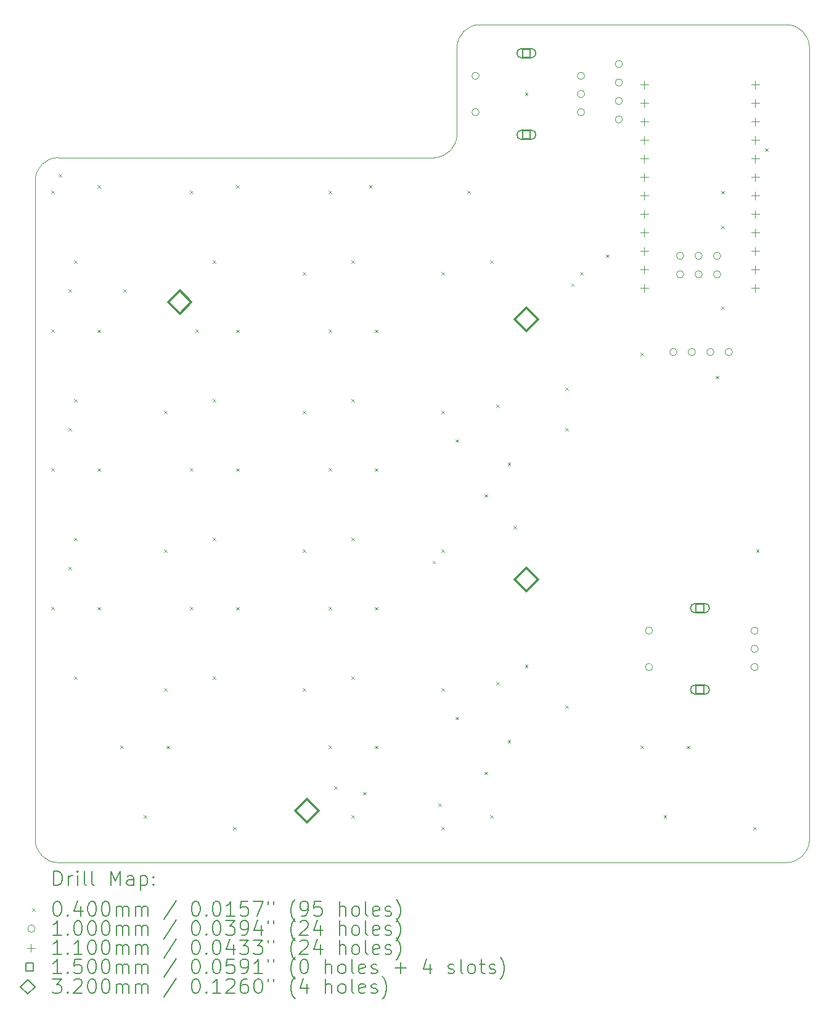
<source format=gbr>
%FSLAX45Y45*%
G04 Gerber Fmt 4.5, Leading zero omitted, Abs format (unit mm)*
G04 Created by KiCad (PCBNEW (6.0.0)) date 2022-02-02 23:00:59*
%MOMM*%
%LPD*%
G01*
G04 APERTURE LIST*
%TA.AperFunction,Profile*%
%ADD10C,0.050000*%
%TD*%
%ADD11C,0.200000*%
%ADD12C,0.040000*%
%ADD13C,0.100000*%
%ADD14C,0.110000*%
%ADD15C,0.150000*%
%ADD16C,0.320000*%
G04 APERTURE END LIST*
D10*
X13651640Y-6349600D02*
X13651640Y-7540150D01*
X13334160Y-7857630D02*
X8175110Y-7857630D01*
X7857630Y-8175110D02*
X7857630Y-17223290D01*
X18493210Y-17223290D02*
X18493210Y-6349600D01*
X8175110Y-17540770D02*
X18175730Y-17540770D01*
X18175730Y-6032120D02*
X13969120Y-6032120D01*
X18493210Y-6349600D02*
G75*
G03*
X18175730Y-6032120I-317480J0D01*
G01*
X13334160Y-7857630D02*
G75*
G03*
X13651640Y-7540150I0J317480D01*
G01*
X8175110Y-7857630D02*
G75*
G03*
X7857630Y-8175110I0J-317480D01*
G01*
X18175730Y-17540770D02*
G75*
G03*
X18493210Y-17223290I0J317480D01*
G01*
X7857630Y-17223290D02*
G75*
G03*
X8175110Y-17540770I317480J0D01*
G01*
X13969120Y-6032120D02*
G75*
G03*
X13651640Y-6349600I0J-317480D01*
G01*
D11*
D12*
X8075755Y-8313880D02*
X8115755Y-8353880D01*
X8115755Y-8313880D02*
X8075755Y-8353880D01*
X8075755Y-10218880D02*
X8115755Y-10258880D01*
X8115755Y-10218880D02*
X8075755Y-10258880D01*
X8075755Y-12123880D02*
X8115755Y-12163880D01*
X8115755Y-12123880D02*
X8075755Y-12163880D01*
X8075755Y-14028880D02*
X8115755Y-14068880D01*
X8115755Y-14028880D02*
X8075755Y-14068880D01*
X8180000Y-8080000D02*
X8220000Y-8120000D01*
X8220000Y-8080000D02*
X8180000Y-8120000D01*
X8314375Y-9663750D02*
X8354375Y-9703750D01*
X8354375Y-9663750D02*
X8314375Y-9703750D01*
X8314375Y-11568750D02*
X8354375Y-11608750D01*
X8354375Y-11568750D02*
X8314375Y-11608750D01*
X8314375Y-13473750D02*
X8354375Y-13513750D01*
X8354375Y-13473750D02*
X8314375Y-13513750D01*
X8393750Y-9266875D02*
X8433750Y-9306875D01*
X8433750Y-9266875D02*
X8393750Y-9306875D01*
X8393750Y-11171875D02*
X8433750Y-11211875D01*
X8433750Y-11171875D02*
X8393750Y-11211875D01*
X8393750Y-13076875D02*
X8433750Y-13116875D01*
X8433750Y-13076875D02*
X8393750Y-13116875D01*
X8393750Y-14981875D02*
X8433750Y-15021875D01*
X8433750Y-14981875D02*
X8393750Y-15021875D01*
X8711250Y-8235000D02*
X8751250Y-8275000D01*
X8751250Y-8235000D02*
X8711250Y-8275000D01*
X8711250Y-10219375D02*
X8751250Y-10259375D01*
X8751250Y-10219375D02*
X8711250Y-10259375D01*
X8711250Y-12124375D02*
X8751250Y-12164375D01*
X8751250Y-12124375D02*
X8711250Y-12164375D01*
X8711250Y-14029375D02*
X8751250Y-14069375D01*
X8751250Y-14029375D02*
X8711250Y-14069375D01*
X9028255Y-15933880D02*
X9068255Y-15973880D01*
X9068255Y-15933880D02*
X9028255Y-15973880D01*
X9067943Y-9663255D02*
X9107943Y-9703255D01*
X9107943Y-9663255D02*
X9067943Y-9703255D01*
X9346250Y-16886875D02*
X9386250Y-16926875D01*
X9386250Y-16886875D02*
X9346250Y-16926875D01*
X9624063Y-11330625D02*
X9664063Y-11370625D01*
X9664063Y-11330625D02*
X9624063Y-11370625D01*
X9624063Y-13235625D02*
X9664063Y-13275625D01*
X9664063Y-13235625D02*
X9624063Y-13275625D01*
X9624063Y-15140625D02*
X9664063Y-15180625D01*
X9664063Y-15140625D02*
X9624063Y-15180625D01*
X9663750Y-15934375D02*
X9703750Y-15974375D01*
X9703750Y-15934375D02*
X9663750Y-15974375D01*
X9980755Y-8313880D02*
X10020755Y-8353880D01*
X10020755Y-8313880D02*
X9980755Y-8353880D01*
X9980755Y-12123880D02*
X10020755Y-12163880D01*
X10020755Y-12123880D02*
X9980755Y-12163880D01*
X9980755Y-14028880D02*
X10020755Y-14068880D01*
X10020755Y-14028880D02*
X9980755Y-14068880D01*
X10060130Y-10218880D02*
X10100130Y-10258880D01*
X10100130Y-10218880D02*
X10060130Y-10258880D01*
X10298750Y-9266875D02*
X10338750Y-9306875D01*
X10338750Y-9266875D02*
X10298750Y-9306875D01*
X10298750Y-11171875D02*
X10338750Y-11211875D01*
X10338750Y-11171875D02*
X10298750Y-11211875D01*
X10298750Y-13076875D02*
X10338750Y-13116875D01*
X10338750Y-13076875D02*
X10298750Y-13116875D01*
X10298750Y-14981875D02*
X10338750Y-15021875D01*
X10338750Y-14981875D02*
X10298750Y-15021875D01*
X10576563Y-17045625D02*
X10616563Y-17085625D01*
X10616563Y-17045625D02*
X10576563Y-17085625D01*
X10616250Y-8235000D02*
X10656250Y-8275000D01*
X10656250Y-8235000D02*
X10616250Y-8275000D01*
X10616250Y-10219375D02*
X10656250Y-10259375D01*
X10656250Y-10219375D02*
X10616250Y-10259375D01*
X10616250Y-12124375D02*
X10656250Y-12164375D01*
X10656250Y-12124375D02*
X10616250Y-12164375D01*
X10616250Y-14029375D02*
X10656250Y-14069375D01*
X10656250Y-14029375D02*
X10616250Y-14069375D01*
X11529062Y-9425625D02*
X11569062Y-9465625D01*
X11569062Y-9425625D02*
X11529062Y-9465625D01*
X11529062Y-11330625D02*
X11569062Y-11370625D01*
X11569062Y-11330625D02*
X11529062Y-11370625D01*
X11529062Y-13235625D02*
X11569062Y-13275625D01*
X11569062Y-13235625D02*
X11529062Y-13275625D01*
X11529062Y-15140625D02*
X11569062Y-15180625D01*
X11569062Y-15140625D02*
X11529062Y-15180625D01*
X11885755Y-8313880D02*
X11925755Y-8353880D01*
X11925755Y-8313880D02*
X11885755Y-8353880D01*
X11885755Y-10218880D02*
X11925755Y-10258880D01*
X11925755Y-10218880D02*
X11885755Y-10258880D01*
X11885755Y-12123880D02*
X11925755Y-12163880D01*
X11925755Y-12123880D02*
X11885755Y-12163880D01*
X11885755Y-14028880D02*
X11925755Y-14068880D01*
X11925755Y-14028880D02*
X11885755Y-14068880D01*
X11885755Y-15933880D02*
X11925755Y-15973880D01*
X11925755Y-15933880D02*
X11885755Y-15973880D01*
X11965625Y-16490000D02*
X12005625Y-16530000D01*
X12005625Y-16490000D02*
X11965625Y-16530000D01*
X12203750Y-9266875D02*
X12243750Y-9306875D01*
X12243750Y-9266875D02*
X12203750Y-9306875D01*
X12203750Y-11171875D02*
X12243750Y-11211875D01*
X12243750Y-11171875D02*
X12203750Y-11211875D01*
X12203750Y-13076875D02*
X12243750Y-13116875D01*
X12243750Y-13076875D02*
X12203750Y-13116875D01*
X12203750Y-14981875D02*
X12243750Y-15021875D01*
X12243750Y-14981875D02*
X12203750Y-15021875D01*
X12203750Y-16886875D02*
X12243750Y-16926875D01*
X12243750Y-16886875D02*
X12203750Y-16926875D01*
X12362500Y-16569375D02*
X12402500Y-16609375D01*
X12402500Y-16569375D02*
X12362500Y-16609375D01*
X12441875Y-8235000D02*
X12481875Y-8275000D01*
X12481875Y-8235000D02*
X12441875Y-8275000D01*
X12521250Y-10219375D02*
X12561250Y-10259375D01*
X12561250Y-10219375D02*
X12521250Y-10259375D01*
X12521250Y-12124375D02*
X12561250Y-12164375D01*
X12561250Y-12124375D02*
X12521250Y-12164375D01*
X12521250Y-14029375D02*
X12561250Y-14069375D01*
X12561250Y-14029375D02*
X12521250Y-14069375D01*
X12521250Y-15934375D02*
X12561250Y-15974375D01*
X12561250Y-15934375D02*
X12521250Y-15974375D01*
X13315000Y-13394375D02*
X13355000Y-13434375D01*
X13355000Y-13394375D02*
X13315000Y-13434375D01*
X13394375Y-16728125D02*
X13434375Y-16768125D01*
X13434375Y-16728125D02*
X13394375Y-16768125D01*
X13434062Y-9425625D02*
X13474062Y-9465625D01*
X13474062Y-9425625D02*
X13434062Y-9465625D01*
X13434062Y-11330625D02*
X13474062Y-11370625D01*
X13474062Y-11330625D02*
X13434062Y-11370625D01*
X13434062Y-13235625D02*
X13474062Y-13275625D01*
X13474062Y-13235625D02*
X13434062Y-13275625D01*
X13434062Y-15140625D02*
X13474062Y-15180625D01*
X13474062Y-15140625D02*
X13434062Y-15180625D01*
X13434062Y-17045625D02*
X13474062Y-17085625D01*
X13474062Y-17045625D02*
X13434062Y-17085625D01*
X13632500Y-11727500D02*
X13672500Y-11767500D01*
X13672500Y-11727500D02*
X13632500Y-11767500D01*
X13632500Y-15537500D02*
X13672500Y-15577500D01*
X13672500Y-15537500D02*
X13632500Y-15577500D01*
X13790755Y-8313880D02*
X13830755Y-8353880D01*
X13830755Y-8313880D02*
X13790755Y-8353880D01*
X14029375Y-12481562D02*
X14069375Y-12521562D01*
X14069375Y-12481562D02*
X14029375Y-12521562D01*
X14029375Y-16291562D02*
X14069375Y-16331562D01*
X14069375Y-16291562D02*
X14029375Y-16331562D01*
X14108750Y-9266875D02*
X14148750Y-9306875D01*
X14148750Y-9266875D02*
X14108750Y-9306875D01*
X14108750Y-16886875D02*
X14148750Y-16926875D01*
X14148750Y-16886875D02*
X14108750Y-16926875D01*
X14188125Y-11251250D02*
X14228125Y-11291250D01*
X14228125Y-11251250D02*
X14188125Y-11291250D01*
X14188125Y-15061250D02*
X14228125Y-15101250D01*
X14228125Y-15061250D02*
X14188125Y-15101250D01*
X14346875Y-12045000D02*
X14386875Y-12085000D01*
X14386875Y-12045000D02*
X14346875Y-12085000D01*
X14346875Y-15855000D02*
X14386875Y-15895000D01*
X14386875Y-15855000D02*
X14346875Y-15895000D01*
X14426250Y-12918125D02*
X14466250Y-12958125D01*
X14466250Y-12918125D02*
X14426250Y-12958125D01*
X14585000Y-6965000D02*
X14625000Y-7005000D01*
X14625000Y-6965000D02*
X14585000Y-7005000D01*
X14585000Y-14823125D02*
X14625000Y-14863125D01*
X14625000Y-14823125D02*
X14585000Y-14863125D01*
X15140625Y-11013125D02*
X15180625Y-11053125D01*
X15180625Y-11013125D02*
X15140625Y-11053125D01*
X15140625Y-11568750D02*
X15180625Y-11608750D01*
X15180625Y-11568750D02*
X15140625Y-11608750D01*
X15140625Y-15378750D02*
X15180625Y-15418750D01*
X15180625Y-15378750D02*
X15140625Y-15418750D01*
X15220000Y-9584375D02*
X15260000Y-9624375D01*
X15260000Y-9584375D02*
X15220000Y-9624375D01*
X15339062Y-9425625D02*
X15379062Y-9465625D01*
X15379062Y-9425625D02*
X15339062Y-9465625D01*
X15696250Y-9187500D02*
X15736250Y-9227500D01*
X15736250Y-9187500D02*
X15696250Y-9227500D01*
X16172005Y-15933880D02*
X16212005Y-15973880D01*
X16212005Y-15933880D02*
X16172005Y-15973880D01*
X16172500Y-10536875D02*
X16212500Y-10576875D01*
X16212500Y-10536875D02*
X16172500Y-10576875D01*
X16490000Y-16886875D02*
X16530000Y-16926875D01*
X16530000Y-16886875D02*
X16490000Y-16926875D01*
X16807500Y-15934375D02*
X16847500Y-15974375D01*
X16847500Y-15934375D02*
X16807500Y-15974375D01*
X17204375Y-10854375D02*
X17244375Y-10894375D01*
X17244375Y-10854375D02*
X17204375Y-10894375D01*
X17283750Y-8314375D02*
X17323750Y-8354375D01*
X17323750Y-8314375D02*
X17283750Y-8354375D01*
X17283750Y-8790625D02*
X17323750Y-8830625D01*
X17323750Y-8790625D02*
X17283750Y-8830625D01*
X17283750Y-9901875D02*
X17323750Y-9941875D01*
X17323750Y-9901875D02*
X17283750Y-9941875D01*
X17720313Y-17045625D02*
X17760313Y-17085625D01*
X17760313Y-17045625D02*
X17720313Y-17085625D01*
X17760000Y-13235625D02*
X17800000Y-13275625D01*
X17800000Y-13235625D02*
X17760000Y-13275625D01*
X17880000Y-7730000D02*
X17920000Y-7770000D01*
X17920000Y-7730000D02*
X17880000Y-7770000D01*
D13*
X13954505Y-6734505D02*
G75*
G03*
X13954505Y-6734505I-50000J0D01*
G01*
X13954505Y-7234505D02*
G75*
G03*
X13954505Y-7234505I-50000J0D01*
G01*
X15404505Y-6734505D02*
G75*
G03*
X15404505Y-6734505I-50000J0D01*
G01*
X15404505Y-6984505D02*
G75*
G03*
X15404505Y-6984505I-50000J0D01*
G01*
X15404505Y-7234505D02*
G75*
G03*
X15404505Y-7234505I-50000J0D01*
G01*
X15925000Y-6572250D02*
G75*
G03*
X15925000Y-6572250I-50000J0D01*
G01*
X15925000Y-6826250D02*
G75*
G03*
X15925000Y-6826250I-50000J0D01*
G01*
X15925000Y-7080250D02*
G75*
G03*
X15925000Y-7080250I-50000J0D01*
G01*
X15925000Y-7334250D02*
G75*
G03*
X15925000Y-7334250I-50000J0D01*
G01*
X16339195Y-14354505D02*
G75*
G03*
X16339195Y-14354505I-50000J0D01*
G01*
X16339195Y-14854505D02*
G75*
G03*
X16339195Y-14854505I-50000J0D01*
G01*
X16673180Y-10528020D02*
G75*
G03*
X16673180Y-10528020I-50000J0D01*
G01*
X16766375Y-9206945D02*
G75*
G03*
X16766375Y-9206945I-50000J0D01*
G01*
X16766375Y-9460945D02*
G75*
G03*
X16766375Y-9460945I-50000J0D01*
G01*
X16927180Y-10528020D02*
G75*
G03*
X16927180Y-10528020I-50000J0D01*
G01*
X17020375Y-9206945D02*
G75*
G03*
X17020375Y-9206945I-50000J0D01*
G01*
X17020375Y-9460945D02*
G75*
G03*
X17020375Y-9460945I-50000J0D01*
G01*
X17181180Y-10528020D02*
G75*
G03*
X17181180Y-10528020I-50000J0D01*
G01*
X17274375Y-9206945D02*
G75*
G03*
X17274375Y-9206945I-50000J0D01*
G01*
X17274375Y-9460945D02*
G75*
G03*
X17274375Y-9460945I-50000J0D01*
G01*
X17435180Y-10528020D02*
G75*
G03*
X17435180Y-10528020I-50000J0D01*
G01*
X17789195Y-14354505D02*
G75*
G03*
X17789195Y-14354505I-50000J0D01*
G01*
X17789195Y-14604505D02*
G75*
G03*
X17789195Y-14604505I-50000J0D01*
G01*
X17789195Y-14854505D02*
G75*
G03*
X17789195Y-14854505I-50000J0D01*
G01*
D14*
X16224265Y-6802505D02*
X16224265Y-6912505D01*
X16169265Y-6857505D02*
X16279265Y-6857505D01*
X16224265Y-7056505D02*
X16224265Y-7166505D01*
X16169265Y-7111505D02*
X16279265Y-7111505D01*
X16224265Y-7310505D02*
X16224265Y-7420505D01*
X16169265Y-7365505D02*
X16279265Y-7365505D01*
X16224265Y-7564505D02*
X16224265Y-7674505D01*
X16169265Y-7619505D02*
X16279265Y-7619505D01*
X16224265Y-7818505D02*
X16224265Y-7928505D01*
X16169265Y-7873505D02*
X16279265Y-7873505D01*
X16224265Y-8072505D02*
X16224265Y-8182505D01*
X16169265Y-8127505D02*
X16279265Y-8127505D01*
X16224265Y-8326505D02*
X16224265Y-8436505D01*
X16169265Y-8381505D02*
X16279265Y-8381505D01*
X16224265Y-8580505D02*
X16224265Y-8690505D01*
X16169265Y-8635505D02*
X16279265Y-8635505D01*
X16224265Y-8834505D02*
X16224265Y-8944505D01*
X16169265Y-8889505D02*
X16279265Y-8889505D01*
X16224265Y-9088505D02*
X16224265Y-9198505D01*
X16169265Y-9143505D02*
X16279265Y-9143505D01*
X16224265Y-9342505D02*
X16224265Y-9452505D01*
X16169265Y-9397505D02*
X16279265Y-9397505D01*
X16224265Y-9596505D02*
X16224265Y-9706505D01*
X16169265Y-9651505D02*
X16279265Y-9651505D01*
X17748265Y-6802505D02*
X17748265Y-6912505D01*
X17693265Y-6857505D02*
X17803265Y-6857505D01*
X17748265Y-7056505D02*
X17748265Y-7166505D01*
X17693265Y-7111505D02*
X17803265Y-7111505D01*
X17748265Y-7310505D02*
X17748265Y-7420505D01*
X17693265Y-7365505D02*
X17803265Y-7365505D01*
X17748265Y-7564505D02*
X17748265Y-7674505D01*
X17693265Y-7619505D02*
X17803265Y-7619505D01*
X17748265Y-7818505D02*
X17748265Y-7928505D01*
X17693265Y-7873505D02*
X17803265Y-7873505D01*
X17748265Y-8072505D02*
X17748265Y-8182505D01*
X17693265Y-8127505D02*
X17803265Y-8127505D01*
X17748265Y-8326505D02*
X17748265Y-8436505D01*
X17693265Y-8381505D02*
X17803265Y-8381505D01*
X17748265Y-8580505D02*
X17748265Y-8690505D01*
X17693265Y-8635505D02*
X17803265Y-8635505D01*
X17748265Y-8834505D02*
X17748265Y-8944505D01*
X17693265Y-8889505D02*
X17803265Y-8889505D01*
X17748265Y-9088505D02*
X17748265Y-9198505D01*
X17693265Y-9143505D02*
X17803265Y-9143505D01*
X17748265Y-9342505D02*
X17748265Y-9452505D01*
X17693265Y-9397505D02*
X17803265Y-9397505D01*
X17748265Y-9596505D02*
X17748265Y-9706505D01*
X17693265Y-9651505D02*
X17803265Y-9651505D01*
D15*
X14657538Y-6477538D02*
X14657538Y-6371471D01*
X14551471Y-6371471D01*
X14551471Y-6477538D01*
X14657538Y-6477538D01*
D11*
X14669505Y-6359505D02*
X14539505Y-6359505D01*
X14669505Y-6489505D02*
X14539505Y-6489505D01*
X14539505Y-6359505D02*
G75*
G03*
X14539505Y-6489505I0J-65000D01*
G01*
X14669505Y-6489505D02*
G75*
G03*
X14669505Y-6359505I0J65000D01*
G01*
D15*
X14657538Y-7597538D02*
X14657538Y-7491471D01*
X14551471Y-7491471D01*
X14551471Y-7597538D01*
X14657538Y-7597538D01*
D11*
X14669505Y-7479505D02*
X14539505Y-7479505D01*
X14669505Y-7609505D02*
X14539505Y-7609505D01*
X14539505Y-7479505D02*
G75*
G03*
X14539505Y-7609505I0J-65000D01*
G01*
X14669505Y-7609505D02*
G75*
G03*
X14669505Y-7479505I0J65000D01*
G01*
D15*
X17042229Y-14097538D02*
X17042229Y-13991471D01*
X16936162Y-13991471D01*
X16936162Y-14097538D01*
X17042229Y-14097538D01*
D11*
X17054195Y-13979505D02*
X16924195Y-13979505D01*
X17054195Y-14109505D02*
X16924195Y-14109505D01*
X16924195Y-13979505D02*
G75*
G03*
X16924195Y-14109505I0J-65000D01*
G01*
X17054195Y-14109505D02*
G75*
G03*
X17054195Y-13979505I0J65000D01*
G01*
D15*
X17042229Y-15217538D02*
X17042229Y-15111471D01*
X16936162Y-15111471D01*
X16936162Y-15217538D01*
X17042229Y-15217538D01*
D11*
X17054195Y-15099505D02*
X16924195Y-15099505D01*
X17054195Y-15229505D02*
X16924195Y-15229505D01*
X16924195Y-15099505D02*
G75*
G03*
X16924195Y-15229505I0J-65000D01*
G01*
X17054195Y-15229505D02*
G75*
G03*
X17054195Y-15099505I0J65000D01*
G01*
D16*
X9842005Y-10002005D02*
X10002005Y-9842005D01*
X9842005Y-9682005D01*
X9682005Y-9842005D01*
X9842005Y-10002005D01*
X11588255Y-16987005D02*
X11748255Y-16827005D01*
X11588255Y-16667005D01*
X11428255Y-16827005D01*
X11588255Y-16987005D01*
X14604505Y-13812005D02*
X14764505Y-13652005D01*
X14604505Y-13492005D01*
X14444505Y-13652005D01*
X14604505Y-13812005D01*
X14605000Y-10240625D02*
X14765000Y-10080625D01*
X14605000Y-9920625D01*
X14445000Y-10080625D01*
X14605000Y-10240625D01*
D11*
X8112749Y-17853746D02*
X8112749Y-17653746D01*
X8160368Y-17653746D01*
X8188939Y-17663270D01*
X8207987Y-17682318D01*
X8217511Y-17701365D01*
X8227035Y-17739460D01*
X8227035Y-17768032D01*
X8217511Y-17806127D01*
X8207987Y-17825175D01*
X8188939Y-17844222D01*
X8160368Y-17853746D01*
X8112749Y-17853746D01*
X8312749Y-17853746D02*
X8312749Y-17720413D01*
X8312749Y-17758508D02*
X8322273Y-17739460D01*
X8331797Y-17729937D01*
X8350844Y-17720413D01*
X8369892Y-17720413D01*
X8436559Y-17853746D02*
X8436559Y-17720413D01*
X8436559Y-17653746D02*
X8427035Y-17663270D01*
X8436559Y-17672794D01*
X8446082Y-17663270D01*
X8436559Y-17653746D01*
X8436559Y-17672794D01*
X8560368Y-17853746D02*
X8541320Y-17844222D01*
X8531797Y-17825175D01*
X8531797Y-17653746D01*
X8665130Y-17853746D02*
X8646082Y-17844222D01*
X8636559Y-17825175D01*
X8636559Y-17653746D01*
X8893701Y-17853746D02*
X8893701Y-17653746D01*
X8960368Y-17796603D01*
X9027035Y-17653746D01*
X9027035Y-17853746D01*
X9207987Y-17853746D02*
X9207987Y-17748984D01*
X9198463Y-17729937D01*
X9179416Y-17720413D01*
X9141320Y-17720413D01*
X9122273Y-17729937D01*
X9207987Y-17844222D02*
X9188940Y-17853746D01*
X9141320Y-17853746D01*
X9122273Y-17844222D01*
X9112749Y-17825175D01*
X9112749Y-17806127D01*
X9122273Y-17787080D01*
X9141320Y-17777556D01*
X9188940Y-17777556D01*
X9207987Y-17768032D01*
X9303225Y-17720413D02*
X9303225Y-17920413D01*
X9303225Y-17729937D02*
X9322273Y-17720413D01*
X9360368Y-17720413D01*
X9379416Y-17729937D01*
X9388940Y-17739460D01*
X9398463Y-17758508D01*
X9398463Y-17815651D01*
X9388940Y-17834699D01*
X9379416Y-17844222D01*
X9360368Y-17853746D01*
X9322273Y-17853746D01*
X9303225Y-17844222D01*
X9484178Y-17834699D02*
X9493701Y-17844222D01*
X9484178Y-17853746D01*
X9474654Y-17844222D01*
X9484178Y-17834699D01*
X9484178Y-17853746D01*
X9484178Y-17729937D02*
X9493701Y-17739460D01*
X9484178Y-17748984D01*
X9474654Y-17739460D01*
X9484178Y-17729937D01*
X9484178Y-17748984D01*
D12*
X7815130Y-18163270D02*
X7855130Y-18203270D01*
X7855130Y-18163270D02*
X7815130Y-18203270D01*
D11*
X8150844Y-18073746D02*
X8169892Y-18073746D01*
X8188939Y-18083270D01*
X8198463Y-18092794D01*
X8207987Y-18111841D01*
X8217511Y-18149937D01*
X8217511Y-18197556D01*
X8207987Y-18235651D01*
X8198463Y-18254699D01*
X8188939Y-18264222D01*
X8169892Y-18273746D01*
X8150844Y-18273746D01*
X8131797Y-18264222D01*
X8122273Y-18254699D01*
X8112749Y-18235651D01*
X8103225Y-18197556D01*
X8103225Y-18149937D01*
X8112749Y-18111841D01*
X8122273Y-18092794D01*
X8131797Y-18083270D01*
X8150844Y-18073746D01*
X8303225Y-18254699D02*
X8312749Y-18264222D01*
X8303225Y-18273746D01*
X8293701Y-18264222D01*
X8303225Y-18254699D01*
X8303225Y-18273746D01*
X8484178Y-18140413D02*
X8484178Y-18273746D01*
X8436559Y-18064222D02*
X8388940Y-18207080D01*
X8512749Y-18207080D01*
X8627035Y-18073746D02*
X8646082Y-18073746D01*
X8665130Y-18083270D01*
X8674654Y-18092794D01*
X8684178Y-18111841D01*
X8693701Y-18149937D01*
X8693701Y-18197556D01*
X8684178Y-18235651D01*
X8674654Y-18254699D01*
X8665130Y-18264222D01*
X8646082Y-18273746D01*
X8627035Y-18273746D01*
X8607987Y-18264222D01*
X8598463Y-18254699D01*
X8588940Y-18235651D01*
X8579416Y-18197556D01*
X8579416Y-18149937D01*
X8588940Y-18111841D01*
X8598463Y-18092794D01*
X8607987Y-18083270D01*
X8627035Y-18073746D01*
X8817511Y-18073746D02*
X8836559Y-18073746D01*
X8855606Y-18083270D01*
X8865130Y-18092794D01*
X8874654Y-18111841D01*
X8884178Y-18149937D01*
X8884178Y-18197556D01*
X8874654Y-18235651D01*
X8865130Y-18254699D01*
X8855606Y-18264222D01*
X8836559Y-18273746D01*
X8817511Y-18273746D01*
X8798463Y-18264222D01*
X8788940Y-18254699D01*
X8779416Y-18235651D01*
X8769892Y-18197556D01*
X8769892Y-18149937D01*
X8779416Y-18111841D01*
X8788940Y-18092794D01*
X8798463Y-18083270D01*
X8817511Y-18073746D01*
X8969892Y-18273746D02*
X8969892Y-18140413D01*
X8969892Y-18159460D02*
X8979416Y-18149937D01*
X8998463Y-18140413D01*
X9027035Y-18140413D01*
X9046082Y-18149937D01*
X9055606Y-18168984D01*
X9055606Y-18273746D01*
X9055606Y-18168984D02*
X9065130Y-18149937D01*
X9084178Y-18140413D01*
X9112749Y-18140413D01*
X9131797Y-18149937D01*
X9141320Y-18168984D01*
X9141320Y-18273746D01*
X9236559Y-18273746D02*
X9236559Y-18140413D01*
X9236559Y-18159460D02*
X9246082Y-18149937D01*
X9265130Y-18140413D01*
X9293701Y-18140413D01*
X9312749Y-18149937D01*
X9322273Y-18168984D01*
X9322273Y-18273746D01*
X9322273Y-18168984D02*
X9331797Y-18149937D01*
X9350844Y-18140413D01*
X9379416Y-18140413D01*
X9398463Y-18149937D01*
X9407987Y-18168984D01*
X9407987Y-18273746D01*
X9798463Y-18064222D02*
X9627035Y-18321365D01*
X10055606Y-18073746D02*
X10074654Y-18073746D01*
X10093701Y-18083270D01*
X10103225Y-18092794D01*
X10112749Y-18111841D01*
X10122273Y-18149937D01*
X10122273Y-18197556D01*
X10112749Y-18235651D01*
X10103225Y-18254699D01*
X10093701Y-18264222D01*
X10074654Y-18273746D01*
X10055606Y-18273746D01*
X10036559Y-18264222D01*
X10027035Y-18254699D01*
X10017511Y-18235651D01*
X10007987Y-18197556D01*
X10007987Y-18149937D01*
X10017511Y-18111841D01*
X10027035Y-18092794D01*
X10036559Y-18083270D01*
X10055606Y-18073746D01*
X10207987Y-18254699D02*
X10217511Y-18264222D01*
X10207987Y-18273746D01*
X10198463Y-18264222D01*
X10207987Y-18254699D01*
X10207987Y-18273746D01*
X10341320Y-18073746D02*
X10360368Y-18073746D01*
X10379416Y-18083270D01*
X10388940Y-18092794D01*
X10398463Y-18111841D01*
X10407987Y-18149937D01*
X10407987Y-18197556D01*
X10398463Y-18235651D01*
X10388940Y-18254699D01*
X10379416Y-18264222D01*
X10360368Y-18273746D01*
X10341320Y-18273746D01*
X10322273Y-18264222D01*
X10312749Y-18254699D01*
X10303225Y-18235651D01*
X10293701Y-18197556D01*
X10293701Y-18149937D01*
X10303225Y-18111841D01*
X10312749Y-18092794D01*
X10322273Y-18083270D01*
X10341320Y-18073746D01*
X10598463Y-18273746D02*
X10484178Y-18273746D01*
X10541320Y-18273746D02*
X10541320Y-18073746D01*
X10522273Y-18102318D01*
X10503225Y-18121365D01*
X10484178Y-18130889D01*
X10779416Y-18073746D02*
X10684178Y-18073746D01*
X10674654Y-18168984D01*
X10684178Y-18159460D01*
X10703225Y-18149937D01*
X10750844Y-18149937D01*
X10769892Y-18159460D01*
X10779416Y-18168984D01*
X10788940Y-18188032D01*
X10788940Y-18235651D01*
X10779416Y-18254699D01*
X10769892Y-18264222D01*
X10750844Y-18273746D01*
X10703225Y-18273746D01*
X10684178Y-18264222D01*
X10674654Y-18254699D01*
X10855606Y-18073746D02*
X10988940Y-18073746D01*
X10903225Y-18273746D01*
X11055606Y-18073746D02*
X11055606Y-18111841D01*
X11131797Y-18073746D02*
X11131797Y-18111841D01*
X11427035Y-18349937D02*
X11417511Y-18340413D01*
X11398463Y-18311841D01*
X11388939Y-18292794D01*
X11379416Y-18264222D01*
X11369892Y-18216603D01*
X11369892Y-18178508D01*
X11379416Y-18130889D01*
X11388939Y-18102318D01*
X11398463Y-18083270D01*
X11417511Y-18054699D01*
X11427035Y-18045175D01*
X11512749Y-18273746D02*
X11550844Y-18273746D01*
X11569892Y-18264222D01*
X11579416Y-18254699D01*
X11598463Y-18226127D01*
X11607987Y-18188032D01*
X11607987Y-18111841D01*
X11598463Y-18092794D01*
X11588939Y-18083270D01*
X11569892Y-18073746D01*
X11531797Y-18073746D01*
X11512749Y-18083270D01*
X11503225Y-18092794D01*
X11493701Y-18111841D01*
X11493701Y-18159460D01*
X11503225Y-18178508D01*
X11512749Y-18188032D01*
X11531797Y-18197556D01*
X11569892Y-18197556D01*
X11588939Y-18188032D01*
X11598463Y-18178508D01*
X11607987Y-18159460D01*
X11788939Y-18073746D02*
X11693701Y-18073746D01*
X11684178Y-18168984D01*
X11693701Y-18159460D01*
X11712749Y-18149937D01*
X11760368Y-18149937D01*
X11779416Y-18159460D01*
X11788939Y-18168984D01*
X11798463Y-18188032D01*
X11798463Y-18235651D01*
X11788939Y-18254699D01*
X11779416Y-18264222D01*
X11760368Y-18273746D01*
X11712749Y-18273746D01*
X11693701Y-18264222D01*
X11684178Y-18254699D01*
X12036558Y-18273746D02*
X12036558Y-18073746D01*
X12122273Y-18273746D02*
X12122273Y-18168984D01*
X12112749Y-18149937D01*
X12093701Y-18140413D01*
X12065130Y-18140413D01*
X12046082Y-18149937D01*
X12036558Y-18159460D01*
X12246082Y-18273746D02*
X12227035Y-18264222D01*
X12217511Y-18254699D01*
X12207987Y-18235651D01*
X12207987Y-18178508D01*
X12217511Y-18159460D01*
X12227035Y-18149937D01*
X12246082Y-18140413D01*
X12274654Y-18140413D01*
X12293701Y-18149937D01*
X12303225Y-18159460D01*
X12312749Y-18178508D01*
X12312749Y-18235651D01*
X12303225Y-18254699D01*
X12293701Y-18264222D01*
X12274654Y-18273746D01*
X12246082Y-18273746D01*
X12427035Y-18273746D02*
X12407987Y-18264222D01*
X12398463Y-18245175D01*
X12398463Y-18073746D01*
X12579416Y-18264222D02*
X12560368Y-18273746D01*
X12522273Y-18273746D01*
X12503225Y-18264222D01*
X12493701Y-18245175D01*
X12493701Y-18168984D01*
X12503225Y-18149937D01*
X12522273Y-18140413D01*
X12560368Y-18140413D01*
X12579416Y-18149937D01*
X12588939Y-18168984D01*
X12588939Y-18188032D01*
X12493701Y-18207080D01*
X12665130Y-18264222D02*
X12684178Y-18273746D01*
X12722273Y-18273746D01*
X12741320Y-18264222D01*
X12750844Y-18245175D01*
X12750844Y-18235651D01*
X12741320Y-18216603D01*
X12722273Y-18207080D01*
X12693701Y-18207080D01*
X12674654Y-18197556D01*
X12665130Y-18178508D01*
X12665130Y-18168984D01*
X12674654Y-18149937D01*
X12693701Y-18140413D01*
X12722273Y-18140413D01*
X12741320Y-18149937D01*
X12817511Y-18349937D02*
X12827035Y-18340413D01*
X12846082Y-18311841D01*
X12855606Y-18292794D01*
X12865130Y-18264222D01*
X12874654Y-18216603D01*
X12874654Y-18178508D01*
X12865130Y-18130889D01*
X12855606Y-18102318D01*
X12846082Y-18083270D01*
X12827035Y-18054699D01*
X12817511Y-18045175D01*
D13*
X7855130Y-18447270D02*
G75*
G03*
X7855130Y-18447270I-50000J0D01*
G01*
D11*
X8217511Y-18537746D02*
X8103225Y-18537746D01*
X8160368Y-18537746D02*
X8160368Y-18337746D01*
X8141320Y-18366318D01*
X8122273Y-18385365D01*
X8103225Y-18394889D01*
X8303225Y-18518699D02*
X8312749Y-18528222D01*
X8303225Y-18537746D01*
X8293701Y-18528222D01*
X8303225Y-18518699D01*
X8303225Y-18537746D01*
X8436559Y-18337746D02*
X8455606Y-18337746D01*
X8474654Y-18347270D01*
X8484178Y-18356794D01*
X8493701Y-18375841D01*
X8503225Y-18413937D01*
X8503225Y-18461556D01*
X8493701Y-18499651D01*
X8484178Y-18518699D01*
X8474654Y-18528222D01*
X8455606Y-18537746D01*
X8436559Y-18537746D01*
X8417511Y-18528222D01*
X8407987Y-18518699D01*
X8398463Y-18499651D01*
X8388940Y-18461556D01*
X8388940Y-18413937D01*
X8398463Y-18375841D01*
X8407987Y-18356794D01*
X8417511Y-18347270D01*
X8436559Y-18337746D01*
X8627035Y-18337746D02*
X8646082Y-18337746D01*
X8665130Y-18347270D01*
X8674654Y-18356794D01*
X8684178Y-18375841D01*
X8693701Y-18413937D01*
X8693701Y-18461556D01*
X8684178Y-18499651D01*
X8674654Y-18518699D01*
X8665130Y-18528222D01*
X8646082Y-18537746D01*
X8627035Y-18537746D01*
X8607987Y-18528222D01*
X8598463Y-18518699D01*
X8588940Y-18499651D01*
X8579416Y-18461556D01*
X8579416Y-18413937D01*
X8588940Y-18375841D01*
X8598463Y-18356794D01*
X8607987Y-18347270D01*
X8627035Y-18337746D01*
X8817511Y-18337746D02*
X8836559Y-18337746D01*
X8855606Y-18347270D01*
X8865130Y-18356794D01*
X8874654Y-18375841D01*
X8884178Y-18413937D01*
X8884178Y-18461556D01*
X8874654Y-18499651D01*
X8865130Y-18518699D01*
X8855606Y-18528222D01*
X8836559Y-18537746D01*
X8817511Y-18537746D01*
X8798463Y-18528222D01*
X8788940Y-18518699D01*
X8779416Y-18499651D01*
X8769892Y-18461556D01*
X8769892Y-18413937D01*
X8779416Y-18375841D01*
X8788940Y-18356794D01*
X8798463Y-18347270D01*
X8817511Y-18337746D01*
X8969892Y-18537746D02*
X8969892Y-18404413D01*
X8969892Y-18423460D02*
X8979416Y-18413937D01*
X8998463Y-18404413D01*
X9027035Y-18404413D01*
X9046082Y-18413937D01*
X9055606Y-18432984D01*
X9055606Y-18537746D01*
X9055606Y-18432984D02*
X9065130Y-18413937D01*
X9084178Y-18404413D01*
X9112749Y-18404413D01*
X9131797Y-18413937D01*
X9141320Y-18432984D01*
X9141320Y-18537746D01*
X9236559Y-18537746D02*
X9236559Y-18404413D01*
X9236559Y-18423460D02*
X9246082Y-18413937D01*
X9265130Y-18404413D01*
X9293701Y-18404413D01*
X9312749Y-18413937D01*
X9322273Y-18432984D01*
X9322273Y-18537746D01*
X9322273Y-18432984D02*
X9331797Y-18413937D01*
X9350844Y-18404413D01*
X9379416Y-18404413D01*
X9398463Y-18413937D01*
X9407987Y-18432984D01*
X9407987Y-18537746D01*
X9798463Y-18328222D02*
X9627035Y-18585365D01*
X10055606Y-18337746D02*
X10074654Y-18337746D01*
X10093701Y-18347270D01*
X10103225Y-18356794D01*
X10112749Y-18375841D01*
X10122273Y-18413937D01*
X10122273Y-18461556D01*
X10112749Y-18499651D01*
X10103225Y-18518699D01*
X10093701Y-18528222D01*
X10074654Y-18537746D01*
X10055606Y-18537746D01*
X10036559Y-18528222D01*
X10027035Y-18518699D01*
X10017511Y-18499651D01*
X10007987Y-18461556D01*
X10007987Y-18413937D01*
X10017511Y-18375841D01*
X10027035Y-18356794D01*
X10036559Y-18347270D01*
X10055606Y-18337746D01*
X10207987Y-18518699D02*
X10217511Y-18528222D01*
X10207987Y-18537746D01*
X10198463Y-18528222D01*
X10207987Y-18518699D01*
X10207987Y-18537746D01*
X10341320Y-18337746D02*
X10360368Y-18337746D01*
X10379416Y-18347270D01*
X10388940Y-18356794D01*
X10398463Y-18375841D01*
X10407987Y-18413937D01*
X10407987Y-18461556D01*
X10398463Y-18499651D01*
X10388940Y-18518699D01*
X10379416Y-18528222D01*
X10360368Y-18537746D01*
X10341320Y-18537746D01*
X10322273Y-18528222D01*
X10312749Y-18518699D01*
X10303225Y-18499651D01*
X10293701Y-18461556D01*
X10293701Y-18413937D01*
X10303225Y-18375841D01*
X10312749Y-18356794D01*
X10322273Y-18347270D01*
X10341320Y-18337746D01*
X10474654Y-18337746D02*
X10598463Y-18337746D01*
X10531797Y-18413937D01*
X10560368Y-18413937D01*
X10579416Y-18423460D01*
X10588940Y-18432984D01*
X10598463Y-18452032D01*
X10598463Y-18499651D01*
X10588940Y-18518699D01*
X10579416Y-18528222D01*
X10560368Y-18537746D01*
X10503225Y-18537746D01*
X10484178Y-18528222D01*
X10474654Y-18518699D01*
X10693701Y-18537746D02*
X10731797Y-18537746D01*
X10750844Y-18528222D01*
X10760368Y-18518699D01*
X10779416Y-18490127D01*
X10788940Y-18452032D01*
X10788940Y-18375841D01*
X10779416Y-18356794D01*
X10769892Y-18347270D01*
X10750844Y-18337746D01*
X10712749Y-18337746D01*
X10693701Y-18347270D01*
X10684178Y-18356794D01*
X10674654Y-18375841D01*
X10674654Y-18423460D01*
X10684178Y-18442508D01*
X10693701Y-18452032D01*
X10712749Y-18461556D01*
X10750844Y-18461556D01*
X10769892Y-18452032D01*
X10779416Y-18442508D01*
X10788940Y-18423460D01*
X10960368Y-18404413D02*
X10960368Y-18537746D01*
X10912749Y-18328222D02*
X10865130Y-18471080D01*
X10988940Y-18471080D01*
X11055606Y-18337746D02*
X11055606Y-18375841D01*
X11131797Y-18337746D02*
X11131797Y-18375841D01*
X11427035Y-18613937D02*
X11417511Y-18604413D01*
X11398463Y-18575841D01*
X11388939Y-18556794D01*
X11379416Y-18528222D01*
X11369892Y-18480603D01*
X11369892Y-18442508D01*
X11379416Y-18394889D01*
X11388939Y-18366318D01*
X11398463Y-18347270D01*
X11417511Y-18318699D01*
X11427035Y-18309175D01*
X11493701Y-18356794D02*
X11503225Y-18347270D01*
X11522273Y-18337746D01*
X11569892Y-18337746D01*
X11588939Y-18347270D01*
X11598463Y-18356794D01*
X11607987Y-18375841D01*
X11607987Y-18394889D01*
X11598463Y-18423460D01*
X11484178Y-18537746D01*
X11607987Y-18537746D01*
X11779416Y-18404413D02*
X11779416Y-18537746D01*
X11731797Y-18328222D02*
X11684178Y-18471080D01*
X11807987Y-18471080D01*
X12036558Y-18537746D02*
X12036558Y-18337746D01*
X12122273Y-18537746D02*
X12122273Y-18432984D01*
X12112749Y-18413937D01*
X12093701Y-18404413D01*
X12065130Y-18404413D01*
X12046082Y-18413937D01*
X12036558Y-18423460D01*
X12246082Y-18537746D02*
X12227035Y-18528222D01*
X12217511Y-18518699D01*
X12207987Y-18499651D01*
X12207987Y-18442508D01*
X12217511Y-18423460D01*
X12227035Y-18413937D01*
X12246082Y-18404413D01*
X12274654Y-18404413D01*
X12293701Y-18413937D01*
X12303225Y-18423460D01*
X12312749Y-18442508D01*
X12312749Y-18499651D01*
X12303225Y-18518699D01*
X12293701Y-18528222D01*
X12274654Y-18537746D01*
X12246082Y-18537746D01*
X12427035Y-18537746D02*
X12407987Y-18528222D01*
X12398463Y-18509175D01*
X12398463Y-18337746D01*
X12579416Y-18528222D02*
X12560368Y-18537746D01*
X12522273Y-18537746D01*
X12503225Y-18528222D01*
X12493701Y-18509175D01*
X12493701Y-18432984D01*
X12503225Y-18413937D01*
X12522273Y-18404413D01*
X12560368Y-18404413D01*
X12579416Y-18413937D01*
X12588939Y-18432984D01*
X12588939Y-18452032D01*
X12493701Y-18471080D01*
X12665130Y-18528222D02*
X12684178Y-18537746D01*
X12722273Y-18537746D01*
X12741320Y-18528222D01*
X12750844Y-18509175D01*
X12750844Y-18499651D01*
X12741320Y-18480603D01*
X12722273Y-18471080D01*
X12693701Y-18471080D01*
X12674654Y-18461556D01*
X12665130Y-18442508D01*
X12665130Y-18432984D01*
X12674654Y-18413937D01*
X12693701Y-18404413D01*
X12722273Y-18404413D01*
X12741320Y-18413937D01*
X12817511Y-18613937D02*
X12827035Y-18604413D01*
X12846082Y-18575841D01*
X12855606Y-18556794D01*
X12865130Y-18528222D01*
X12874654Y-18480603D01*
X12874654Y-18442508D01*
X12865130Y-18394889D01*
X12855606Y-18366318D01*
X12846082Y-18347270D01*
X12827035Y-18318699D01*
X12817511Y-18309175D01*
D14*
X7800130Y-18656270D02*
X7800130Y-18766270D01*
X7745130Y-18711270D02*
X7855130Y-18711270D01*
D11*
X8217511Y-18801746D02*
X8103225Y-18801746D01*
X8160368Y-18801746D02*
X8160368Y-18601746D01*
X8141320Y-18630318D01*
X8122273Y-18649365D01*
X8103225Y-18658889D01*
X8303225Y-18782699D02*
X8312749Y-18792222D01*
X8303225Y-18801746D01*
X8293701Y-18792222D01*
X8303225Y-18782699D01*
X8303225Y-18801746D01*
X8503225Y-18801746D02*
X8388940Y-18801746D01*
X8446082Y-18801746D02*
X8446082Y-18601746D01*
X8427035Y-18630318D01*
X8407987Y-18649365D01*
X8388940Y-18658889D01*
X8627035Y-18601746D02*
X8646082Y-18601746D01*
X8665130Y-18611270D01*
X8674654Y-18620794D01*
X8684178Y-18639841D01*
X8693701Y-18677937D01*
X8693701Y-18725556D01*
X8684178Y-18763651D01*
X8674654Y-18782699D01*
X8665130Y-18792222D01*
X8646082Y-18801746D01*
X8627035Y-18801746D01*
X8607987Y-18792222D01*
X8598463Y-18782699D01*
X8588940Y-18763651D01*
X8579416Y-18725556D01*
X8579416Y-18677937D01*
X8588940Y-18639841D01*
X8598463Y-18620794D01*
X8607987Y-18611270D01*
X8627035Y-18601746D01*
X8817511Y-18601746D02*
X8836559Y-18601746D01*
X8855606Y-18611270D01*
X8865130Y-18620794D01*
X8874654Y-18639841D01*
X8884178Y-18677937D01*
X8884178Y-18725556D01*
X8874654Y-18763651D01*
X8865130Y-18782699D01*
X8855606Y-18792222D01*
X8836559Y-18801746D01*
X8817511Y-18801746D01*
X8798463Y-18792222D01*
X8788940Y-18782699D01*
X8779416Y-18763651D01*
X8769892Y-18725556D01*
X8769892Y-18677937D01*
X8779416Y-18639841D01*
X8788940Y-18620794D01*
X8798463Y-18611270D01*
X8817511Y-18601746D01*
X8969892Y-18801746D02*
X8969892Y-18668413D01*
X8969892Y-18687460D02*
X8979416Y-18677937D01*
X8998463Y-18668413D01*
X9027035Y-18668413D01*
X9046082Y-18677937D01*
X9055606Y-18696984D01*
X9055606Y-18801746D01*
X9055606Y-18696984D02*
X9065130Y-18677937D01*
X9084178Y-18668413D01*
X9112749Y-18668413D01*
X9131797Y-18677937D01*
X9141320Y-18696984D01*
X9141320Y-18801746D01*
X9236559Y-18801746D02*
X9236559Y-18668413D01*
X9236559Y-18687460D02*
X9246082Y-18677937D01*
X9265130Y-18668413D01*
X9293701Y-18668413D01*
X9312749Y-18677937D01*
X9322273Y-18696984D01*
X9322273Y-18801746D01*
X9322273Y-18696984D02*
X9331797Y-18677937D01*
X9350844Y-18668413D01*
X9379416Y-18668413D01*
X9398463Y-18677937D01*
X9407987Y-18696984D01*
X9407987Y-18801746D01*
X9798463Y-18592222D02*
X9627035Y-18849365D01*
X10055606Y-18601746D02*
X10074654Y-18601746D01*
X10093701Y-18611270D01*
X10103225Y-18620794D01*
X10112749Y-18639841D01*
X10122273Y-18677937D01*
X10122273Y-18725556D01*
X10112749Y-18763651D01*
X10103225Y-18782699D01*
X10093701Y-18792222D01*
X10074654Y-18801746D01*
X10055606Y-18801746D01*
X10036559Y-18792222D01*
X10027035Y-18782699D01*
X10017511Y-18763651D01*
X10007987Y-18725556D01*
X10007987Y-18677937D01*
X10017511Y-18639841D01*
X10027035Y-18620794D01*
X10036559Y-18611270D01*
X10055606Y-18601746D01*
X10207987Y-18782699D02*
X10217511Y-18792222D01*
X10207987Y-18801746D01*
X10198463Y-18792222D01*
X10207987Y-18782699D01*
X10207987Y-18801746D01*
X10341320Y-18601746D02*
X10360368Y-18601746D01*
X10379416Y-18611270D01*
X10388940Y-18620794D01*
X10398463Y-18639841D01*
X10407987Y-18677937D01*
X10407987Y-18725556D01*
X10398463Y-18763651D01*
X10388940Y-18782699D01*
X10379416Y-18792222D01*
X10360368Y-18801746D01*
X10341320Y-18801746D01*
X10322273Y-18792222D01*
X10312749Y-18782699D01*
X10303225Y-18763651D01*
X10293701Y-18725556D01*
X10293701Y-18677937D01*
X10303225Y-18639841D01*
X10312749Y-18620794D01*
X10322273Y-18611270D01*
X10341320Y-18601746D01*
X10579416Y-18668413D02*
X10579416Y-18801746D01*
X10531797Y-18592222D02*
X10484178Y-18735080D01*
X10607987Y-18735080D01*
X10665130Y-18601746D02*
X10788940Y-18601746D01*
X10722273Y-18677937D01*
X10750844Y-18677937D01*
X10769892Y-18687460D01*
X10779416Y-18696984D01*
X10788940Y-18716032D01*
X10788940Y-18763651D01*
X10779416Y-18782699D01*
X10769892Y-18792222D01*
X10750844Y-18801746D01*
X10693701Y-18801746D01*
X10674654Y-18792222D01*
X10665130Y-18782699D01*
X10855606Y-18601746D02*
X10979416Y-18601746D01*
X10912749Y-18677937D01*
X10941320Y-18677937D01*
X10960368Y-18687460D01*
X10969892Y-18696984D01*
X10979416Y-18716032D01*
X10979416Y-18763651D01*
X10969892Y-18782699D01*
X10960368Y-18792222D01*
X10941320Y-18801746D01*
X10884178Y-18801746D01*
X10865130Y-18792222D01*
X10855606Y-18782699D01*
X11055606Y-18601746D02*
X11055606Y-18639841D01*
X11131797Y-18601746D02*
X11131797Y-18639841D01*
X11427035Y-18877937D02*
X11417511Y-18868413D01*
X11398463Y-18839841D01*
X11388939Y-18820794D01*
X11379416Y-18792222D01*
X11369892Y-18744603D01*
X11369892Y-18706508D01*
X11379416Y-18658889D01*
X11388939Y-18630318D01*
X11398463Y-18611270D01*
X11417511Y-18582699D01*
X11427035Y-18573175D01*
X11493701Y-18620794D02*
X11503225Y-18611270D01*
X11522273Y-18601746D01*
X11569892Y-18601746D01*
X11588939Y-18611270D01*
X11598463Y-18620794D01*
X11607987Y-18639841D01*
X11607987Y-18658889D01*
X11598463Y-18687460D01*
X11484178Y-18801746D01*
X11607987Y-18801746D01*
X11779416Y-18668413D02*
X11779416Y-18801746D01*
X11731797Y-18592222D02*
X11684178Y-18735080D01*
X11807987Y-18735080D01*
X12036558Y-18801746D02*
X12036558Y-18601746D01*
X12122273Y-18801746D02*
X12122273Y-18696984D01*
X12112749Y-18677937D01*
X12093701Y-18668413D01*
X12065130Y-18668413D01*
X12046082Y-18677937D01*
X12036558Y-18687460D01*
X12246082Y-18801746D02*
X12227035Y-18792222D01*
X12217511Y-18782699D01*
X12207987Y-18763651D01*
X12207987Y-18706508D01*
X12217511Y-18687460D01*
X12227035Y-18677937D01*
X12246082Y-18668413D01*
X12274654Y-18668413D01*
X12293701Y-18677937D01*
X12303225Y-18687460D01*
X12312749Y-18706508D01*
X12312749Y-18763651D01*
X12303225Y-18782699D01*
X12293701Y-18792222D01*
X12274654Y-18801746D01*
X12246082Y-18801746D01*
X12427035Y-18801746D02*
X12407987Y-18792222D01*
X12398463Y-18773175D01*
X12398463Y-18601746D01*
X12579416Y-18792222D02*
X12560368Y-18801746D01*
X12522273Y-18801746D01*
X12503225Y-18792222D01*
X12493701Y-18773175D01*
X12493701Y-18696984D01*
X12503225Y-18677937D01*
X12522273Y-18668413D01*
X12560368Y-18668413D01*
X12579416Y-18677937D01*
X12588939Y-18696984D01*
X12588939Y-18716032D01*
X12493701Y-18735080D01*
X12665130Y-18792222D02*
X12684178Y-18801746D01*
X12722273Y-18801746D01*
X12741320Y-18792222D01*
X12750844Y-18773175D01*
X12750844Y-18763651D01*
X12741320Y-18744603D01*
X12722273Y-18735080D01*
X12693701Y-18735080D01*
X12674654Y-18725556D01*
X12665130Y-18706508D01*
X12665130Y-18696984D01*
X12674654Y-18677937D01*
X12693701Y-18668413D01*
X12722273Y-18668413D01*
X12741320Y-18677937D01*
X12817511Y-18877937D02*
X12827035Y-18868413D01*
X12846082Y-18839841D01*
X12855606Y-18820794D01*
X12865130Y-18792222D01*
X12874654Y-18744603D01*
X12874654Y-18706508D01*
X12865130Y-18658889D01*
X12855606Y-18630318D01*
X12846082Y-18611270D01*
X12827035Y-18582699D01*
X12817511Y-18573175D01*
D15*
X7833163Y-19028304D02*
X7833163Y-18922237D01*
X7727096Y-18922237D01*
X7727096Y-19028304D01*
X7833163Y-19028304D01*
D11*
X8217511Y-19065746D02*
X8103225Y-19065746D01*
X8160368Y-19065746D02*
X8160368Y-18865746D01*
X8141320Y-18894318D01*
X8122273Y-18913365D01*
X8103225Y-18922889D01*
X8303225Y-19046699D02*
X8312749Y-19056222D01*
X8303225Y-19065746D01*
X8293701Y-19056222D01*
X8303225Y-19046699D01*
X8303225Y-19065746D01*
X8493701Y-18865746D02*
X8398463Y-18865746D01*
X8388940Y-18960984D01*
X8398463Y-18951460D01*
X8417511Y-18941937D01*
X8465130Y-18941937D01*
X8484178Y-18951460D01*
X8493701Y-18960984D01*
X8503225Y-18980032D01*
X8503225Y-19027651D01*
X8493701Y-19046699D01*
X8484178Y-19056222D01*
X8465130Y-19065746D01*
X8417511Y-19065746D01*
X8398463Y-19056222D01*
X8388940Y-19046699D01*
X8627035Y-18865746D02*
X8646082Y-18865746D01*
X8665130Y-18875270D01*
X8674654Y-18884794D01*
X8684178Y-18903841D01*
X8693701Y-18941937D01*
X8693701Y-18989556D01*
X8684178Y-19027651D01*
X8674654Y-19046699D01*
X8665130Y-19056222D01*
X8646082Y-19065746D01*
X8627035Y-19065746D01*
X8607987Y-19056222D01*
X8598463Y-19046699D01*
X8588940Y-19027651D01*
X8579416Y-18989556D01*
X8579416Y-18941937D01*
X8588940Y-18903841D01*
X8598463Y-18884794D01*
X8607987Y-18875270D01*
X8627035Y-18865746D01*
X8817511Y-18865746D02*
X8836559Y-18865746D01*
X8855606Y-18875270D01*
X8865130Y-18884794D01*
X8874654Y-18903841D01*
X8884178Y-18941937D01*
X8884178Y-18989556D01*
X8874654Y-19027651D01*
X8865130Y-19046699D01*
X8855606Y-19056222D01*
X8836559Y-19065746D01*
X8817511Y-19065746D01*
X8798463Y-19056222D01*
X8788940Y-19046699D01*
X8779416Y-19027651D01*
X8769892Y-18989556D01*
X8769892Y-18941937D01*
X8779416Y-18903841D01*
X8788940Y-18884794D01*
X8798463Y-18875270D01*
X8817511Y-18865746D01*
X8969892Y-19065746D02*
X8969892Y-18932413D01*
X8969892Y-18951460D02*
X8979416Y-18941937D01*
X8998463Y-18932413D01*
X9027035Y-18932413D01*
X9046082Y-18941937D01*
X9055606Y-18960984D01*
X9055606Y-19065746D01*
X9055606Y-18960984D02*
X9065130Y-18941937D01*
X9084178Y-18932413D01*
X9112749Y-18932413D01*
X9131797Y-18941937D01*
X9141320Y-18960984D01*
X9141320Y-19065746D01*
X9236559Y-19065746D02*
X9236559Y-18932413D01*
X9236559Y-18951460D02*
X9246082Y-18941937D01*
X9265130Y-18932413D01*
X9293701Y-18932413D01*
X9312749Y-18941937D01*
X9322273Y-18960984D01*
X9322273Y-19065746D01*
X9322273Y-18960984D02*
X9331797Y-18941937D01*
X9350844Y-18932413D01*
X9379416Y-18932413D01*
X9398463Y-18941937D01*
X9407987Y-18960984D01*
X9407987Y-19065746D01*
X9798463Y-18856222D02*
X9627035Y-19113365D01*
X10055606Y-18865746D02*
X10074654Y-18865746D01*
X10093701Y-18875270D01*
X10103225Y-18884794D01*
X10112749Y-18903841D01*
X10122273Y-18941937D01*
X10122273Y-18989556D01*
X10112749Y-19027651D01*
X10103225Y-19046699D01*
X10093701Y-19056222D01*
X10074654Y-19065746D01*
X10055606Y-19065746D01*
X10036559Y-19056222D01*
X10027035Y-19046699D01*
X10017511Y-19027651D01*
X10007987Y-18989556D01*
X10007987Y-18941937D01*
X10017511Y-18903841D01*
X10027035Y-18884794D01*
X10036559Y-18875270D01*
X10055606Y-18865746D01*
X10207987Y-19046699D02*
X10217511Y-19056222D01*
X10207987Y-19065746D01*
X10198463Y-19056222D01*
X10207987Y-19046699D01*
X10207987Y-19065746D01*
X10341320Y-18865746D02*
X10360368Y-18865746D01*
X10379416Y-18875270D01*
X10388940Y-18884794D01*
X10398463Y-18903841D01*
X10407987Y-18941937D01*
X10407987Y-18989556D01*
X10398463Y-19027651D01*
X10388940Y-19046699D01*
X10379416Y-19056222D01*
X10360368Y-19065746D01*
X10341320Y-19065746D01*
X10322273Y-19056222D01*
X10312749Y-19046699D01*
X10303225Y-19027651D01*
X10293701Y-18989556D01*
X10293701Y-18941937D01*
X10303225Y-18903841D01*
X10312749Y-18884794D01*
X10322273Y-18875270D01*
X10341320Y-18865746D01*
X10588940Y-18865746D02*
X10493701Y-18865746D01*
X10484178Y-18960984D01*
X10493701Y-18951460D01*
X10512749Y-18941937D01*
X10560368Y-18941937D01*
X10579416Y-18951460D01*
X10588940Y-18960984D01*
X10598463Y-18980032D01*
X10598463Y-19027651D01*
X10588940Y-19046699D01*
X10579416Y-19056222D01*
X10560368Y-19065746D01*
X10512749Y-19065746D01*
X10493701Y-19056222D01*
X10484178Y-19046699D01*
X10693701Y-19065746D02*
X10731797Y-19065746D01*
X10750844Y-19056222D01*
X10760368Y-19046699D01*
X10779416Y-19018127D01*
X10788940Y-18980032D01*
X10788940Y-18903841D01*
X10779416Y-18884794D01*
X10769892Y-18875270D01*
X10750844Y-18865746D01*
X10712749Y-18865746D01*
X10693701Y-18875270D01*
X10684178Y-18884794D01*
X10674654Y-18903841D01*
X10674654Y-18951460D01*
X10684178Y-18970508D01*
X10693701Y-18980032D01*
X10712749Y-18989556D01*
X10750844Y-18989556D01*
X10769892Y-18980032D01*
X10779416Y-18970508D01*
X10788940Y-18951460D01*
X10979416Y-19065746D02*
X10865130Y-19065746D01*
X10922273Y-19065746D02*
X10922273Y-18865746D01*
X10903225Y-18894318D01*
X10884178Y-18913365D01*
X10865130Y-18922889D01*
X11055606Y-18865746D02*
X11055606Y-18903841D01*
X11131797Y-18865746D02*
X11131797Y-18903841D01*
X11427035Y-19141937D02*
X11417511Y-19132413D01*
X11398463Y-19103841D01*
X11388939Y-19084794D01*
X11379416Y-19056222D01*
X11369892Y-19008603D01*
X11369892Y-18970508D01*
X11379416Y-18922889D01*
X11388939Y-18894318D01*
X11398463Y-18875270D01*
X11417511Y-18846699D01*
X11427035Y-18837175D01*
X11541320Y-18865746D02*
X11560368Y-18865746D01*
X11579416Y-18875270D01*
X11588939Y-18884794D01*
X11598463Y-18903841D01*
X11607987Y-18941937D01*
X11607987Y-18989556D01*
X11598463Y-19027651D01*
X11588939Y-19046699D01*
X11579416Y-19056222D01*
X11560368Y-19065746D01*
X11541320Y-19065746D01*
X11522273Y-19056222D01*
X11512749Y-19046699D01*
X11503225Y-19027651D01*
X11493701Y-18989556D01*
X11493701Y-18941937D01*
X11503225Y-18903841D01*
X11512749Y-18884794D01*
X11522273Y-18875270D01*
X11541320Y-18865746D01*
X11846082Y-19065746D02*
X11846082Y-18865746D01*
X11931797Y-19065746D02*
X11931797Y-18960984D01*
X11922273Y-18941937D01*
X11903225Y-18932413D01*
X11874654Y-18932413D01*
X11855606Y-18941937D01*
X11846082Y-18951460D01*
X12055606Y-19065746D02*
X12036558Y-19056222D01*
X12027035Y-19046699D01*
X12017511Y-19027651D01*
X12017511Y-18970508D01*
X12027035Y-18951460D01*
X12036558Y-18941937D01*
X12055606Y-18932413D01*
X12084178Y-18932413D01*
X12103225Y-18941937D01*
X12112749Y-18951460D01*
X12122273Y-18970508D01*
X12122273Y-19027651D01*
X12112749Y-19046699D01*
X12103225Y-19056222D01*
X12084178Y-19065746D01*
X12055606Y-19065746D01*
X12236558Y-19065746D02*
X12217511Y-19056222D01*
X12207987Y-19037175D01*
X12207987Y-18865746D01*
X12388939Y-19056222D02*
X12369892Y-19065746D01*
X12331797Y-19065746D01*
X12312749Y-19056222D01*
X12303225Y-19037175D01*
X12303225Y-18960984D01*
X12312749Y-18941937D01*
X12331797Y-18932413D01*
X12369892Y-18932413D01*
X12388939Y-18941937D01*
X12398463Y-18960984D01*
X12398463Y-18980032D01*
X12303225Y-18999080D01*
X12474654Y-19056222D02*
X12493701Y-19065746D01*
X12531797Y-19065746D01*
X12550844Y-19056222D01*
X12560368Y-19037175D01*
X12560368Y-19027651D01*
X12550844Y-19008603D01*
X12531797Y-18999080D01*
X12503225Y-18999080D01*
X12484178Y-18989556D01*
X12474654Y-18970508D01*
X12474654Y-18960984D01*
X12484178Y-18941937D01*
X12503225Y-18932413D01*
X12531797Y-18932413D01*
X12550844Y-18941937D01*
X12798463Y-18989556D02*
X12950844Y-18989556D01*
X12874654Y-19065746D02*
X12874654Y-18913365D01*
X13284178Y-18932413D02*
X13284178Y-19065746D01*
X13236558Y-18856222D02*
X13188939Y-18999080D01*
X13312749Y-18999080D01*
X13531797Y-19056222D02*
X13550844Y-19065746D01*
X13588939Y-19065746D01*
X13607987Y-19056222D01*
X13617511Y-19037175D01*
X13617511Y-19027651D01*
X13607987Y-19008603D01*
X13588939Y-18999080D01*
X13560368Y-18999080D01*
X13541320Y-18989556D01*
X13531797Y-18970508D01*
X13531797Y-18960984D01*
X13541320Y-18941937D01*
X13560368Y-18932413D01*
X13588939Y-18932413D01*
X13607987Y-18941937D01*
X13731797Y-19065746D02*
X13712749Y-19056222D01*
X13703225Y-19037175D01*
X13703225Y-18865746D01*
X13836558Y-19065746D02*
X13817511Y-19056222D01*
X13807987Y-19046699D01*
X13798463Y-19027651D01*
X13798463Y-18970508D01*
X13807987Y-18951460D01*
X13817511Y-18941937D01*
X13836558Y-18932413D01*
X13865130Y-18932413D01*
X13884178Y-18941937D01*
X13893701Y-18951460D01*
X13903225Y-18970508D01*
X13903225Y-19027651D01*
X13893701Y-19046699D01*
X13884178Y-19056222D01*
X13865130Y-19065746D01*
X13836558Y-19065746D01*
X13960368Y-18932413D02*
X14036558Y-18932413D01*
X13988939Y-18865746D02*
X13988939Y-19037175D01*
X13998463Y-19056222D01*
X14017511Y-19065746D01*
X14036558Y-19065746D01*
X14093701Y-19056222D02*
X14112749Y-19065746D01*
X14150844Y-19065746D01*
X14169892Y-19056222D01*
X14179416Y-19037175D01*
X14179416Y-19027651D01*
X14169892Y-19008603D01*
X14150844Y-18999080D01*
X14122273Y-18999080D01*
X14103225Y-18989556D01*
X14093701Y-18970508D01*
X14093701Y-18960984D01*
X14103225Y-18941937D01*
X14122273Y-18932413D01*
X14150844Y-18932413D01*
X14169892Y-18941937D01*
X14246082Y-19141937D02*
X14255606Y-19132413D01*
X14274654Y-19103841D01*
X14284178Y-19084794D01*
X14293701Y-19056222D01*
X14303225Y-19008603D01*
X14303225Y-18970508D01*
X14293701Y-18922889D01*
X14284178Y-18894318D01*
X14274654Y-18875270D01*
X14255606Y-18846699D01*
X14246082Y-18837175D01*
X7755130Y-19345270D02*
X7855130Y-19245270D01*
X7755130Y-19145270D01*
X7655130Y-19245270D01*
X7755130Y-19345270D01*
X8093701Y-19135746D02*
X8217511Y-19135746D01*
X8150844Y-19211937D01*
X8179416Y-19211937D01*
X8198463Y-19221460D01*
X8207987Y-19230984D01*
X8217511Y-19250032D01*
X8217511Y-19297651D01*
X8207987Y-19316699D01*
X8198463Y-19326222D01*
X8179416Y-19335746D01*
X8122273Y-19335746D01*
X8103225Y-19326222D01*
X8093701Y-19316699D01*
X8303225Y-19316699D02*
X8312749Y-19326222D01*
X8303225Y-19335746D01*
X8293701Y-19326222D01*
X8303225Y-19316699D01*
X8303225Y-19335746D01*
X8388940Y-19154794D02*
X8398463Y-19145270D01*
X8417511Y-19135746D01*
X8465130Y-19135746D01*
X8484178Y-19145270D01*
X8493701Y-19154794D01*
X8503225Y-19173841D01*
X8503225Y-19192889D01*
X8493701Y-19221460D01*
X8379416Y-19335746D01*
X8503225Y-19335746D01*
X8627035Y-19135746D02*
X8646082Y-19135746D01*
X8665130Y-19145270D01*
X8674654Y-19154794D01*
X8684178Y-19173841D01*
X8693701Y-19211937D01*
X8693701Y-19259556D01*
X8684178Y-19297651D01*
X8674654Y-19316699D01*
X8665130Y-19326222D01*
X8646082Y-19335746D01*
X8627035Y-19335746D01*
X8607987Y-19326222D01*
X8598463Y-19316699D01*
X8588940Y-19297651D01*
X8579416Y-19259556D01*
X8579416Y-19211937D01*
X8588940Y-19173841D01*
X8598463Y-19154794D01*
X8607987Y-19145270D01*
X8627035Y-19135746D01*
X8817511Y-19135746D02*
X8836559Y-19135746D01*
X8855606Y-19145270D01*
X8865130Y-19154794D01*
X8874654Y-19173841D01*
X8884178Y-19211937D01*
X8884178Y-19259556D01*
X8874654Y-19297651D01*
X8865130Y-19316699D01*
X8855606Y-19326222D01*
X8836559Y-19335746D01*
X8817511Y-19335746D01*
X8798463Y-19326222D01*
X8788940Y-19316699D01*
X8779416Y-19297651D01*
X8769892Y-19259556D01*
X8769892Y-19211937D01*
X8779416Y-19173841D01*
X8788940Y-19154794D01*
X8798463Y-19145270D01*
X8817511Y-19135746D01*
X8969892Y-19335746D02*
X8969892Y-19202413D01*
X8969892Y-19221460D02*
X8979416Y-19211937D01*
X8998463Y-19202413D01*
X9027035Y-19202413D01*
X9046082Y-19211937D01*
X9055606Y-19230984D01*
X9055606Y-19335746D01*
X9055606Y-19230984D02*
X9065130Y-19211937D01*
X9084178Y-19202413D01*
X9112749Y-19202413D01*
X9131797Y-19211937D01*
X9141320Y-19230984D01*
X9141320Y-19335746D01*
X9236559Y-19335746D02*
X9236559Y-19202413D01*
X9236559Y-19221460D02*
X9246082Y-19211937D01*
X9265130Y-19202413D01*
X9293701Y-19202413D01*
X9312749Y-19211937D01*
X9322273Y-19230984D01*
X9322273Y-19335746D01*
X9322273Y-19230984D02*
X9331797Y-19211937D01*
X9350844Y-19202413D01*
X9379416Y-19202413D01*
X9398463Y-19211937D01*
X9407987Y-19230984D01*
X9407987Y-19335746D01*
X9798463Y-19126222D02*
X9627035Y-19383365D01*
X10055606Y-19135746D02*
X10074654Y-19135746D01*
X10093701Y-19145270D01*
X10103225Y-19154794D01*
X10112749Y-19173841D01*
X10122273Y-19211937D01*
X10122273Y-19259556D01*
X10112749Y-19297651D01*
X10103225Y-19316699D01*
X10093701Y-19326222D01*
X10074654Y-19335746D01*
X10055606Y-19335746D01*
X10036559Y-19326222D01*
X10027035Y-19316699D01*
X10017511Y-19297651D01*
X10007987Y-19259556D01*
X10007987Y-19211937D01*
X10017511Y-19173841D01*
X10027035Y-19154794D01*
X10036559Y-19145270D01*
X10055606Y-19135746D01*
X10207987Y-19316699D02*
X10217511Y-19326222D01*
X10207987Y-19335746D01*
X10198463Y-19326222D01*
X10207987Y-19316699D01*
X10207987Y-19335746D01*
X10407987Y-19335746D02*
X10293701Y-19335746D01*
X10350844Y-19335746D02*
X10350844Y-19135746D01*
X10331797Y-19164318D01*
X10312749Y-19183365D01*
X10293701Y-19192889D01*
X10484178Y-19154794D02*
X10493701Y-19145270D01*
X10512749Y-19135746D01*
X10560368Y-19135746D01*
X10579416Y-19145270D01*
X10588940Y-19154794D01*
X10598463Y-19173841D01*
X10598463Y-19192889D01*
X10588940Y-19221460D01*
X10474654Y-19335746D01*
X10598463Y-19335746D01*
X10769892Y-19135746D02*
X10731797Y-19135746D01*
X10712749Y-19145270D01*
X10703225Y-19154794D01*
X10684178Y-19183365D01*
X10674654Y-19221460D01*
X10674654Y-19297651D01*
X10684178Y-19316699D01*
X10693701Y-19326222D01*
X10712749Y-19335746D01*
X10750844Y-19335746D01*
X10769892Y-19326222D01*
X10779416Y-19316699D01*
X10788940Y-19297651D01*
X10788940Y-19250032D01*
X10779416Y-19230984D01*
X10769892Y-19221460D01*
X10750844Y-19211937D01*
X10712749Y-19211937D01*
X10693701Y-19221460D01*
X10684178Y-19230984D01*
X10674654Y-19250032D01*
X10912749Y-19135746D02*
X10931797Y-19135746D01*
X10950844Y-19145270D01*
X10960368Y-19154794D01*
X10969892Y-19173841D01*
X10979416Y-19211937D01*
X10979416Y-19259556D01*
X10969892Y-19297651D01*
X10960368Y-19316699D01*
X10950844Y-19326222D01*
X10931797Y-19335746D01*
X10912749Y-19335746D01*
X10893701Y-19326222D01*
X10884178Y-19316699D01*
X10874654Y-19297651D01*
X10865130Y-19259556D01*
X10865130Y-19211937D01*
X10874654Y-19173841D01*
X10884178Y-19154794D01*
X10893701Y-19145270D01*
X10912749Y-19135746D01*
X11055606Y-19135746D02*
X11055606Y-19173841D01*
X11131797Y-19135746D02*
X11131797Y-19173841D01*
X11427035Y-19411937D02*
X11417511Y-19402413D01*
X11398463Y-19373841D01*
X11388939Y-19354794D01*
X11379416Y-19326222D01*
X11369892Y-19278603D01*
X11369892Y-19240508D01*
X11379416Y-19192889D01*
X11388939Y-19164318D01*
X11398463Y-19145270D01*
X11417511Y-19116699D01*
X11427035Y-19107175D01*
X11588939Y-19202413D02*
X11588939Y-19335746D01*
X11541320Y-19126222D02*
X11493701Y-19269080D01*
X11617511Y-19269080D01*
X11846082Y-19335746D02*
X11846082Y-19135746D01*
X11931797Y-19335746D02*
X11931797Y-19230984D01*
X11922273Y-19211937D01*
X11903225Y-19202413D01*
X11874654Y-19202413D01*
X11855606Y-19211937D01*
X11846082Y-19221460D01*
X12055606Y-19335746D02*
X12036558Y-19326222D01*
X12027035Y-19316699D01*
X12017511Y-19297651D01*
X12017511Y-19240508D01*
X12027035Y-19221460D01*
X12036558Y-19211937D01*
X12055606Y-19202413D01*
X12084178Y-19202413D01*
X12103225Y-19211937D01*
X12112749Y-19221460D01*
X12122273Y-19240508D01*
X12122273Y-19297651D01*
X12112749Y-19316699D01*
X12103225Y-19326222D01*
X12084178Y-19335746D01*
X12055606Y-19335746D01*
X12236558Y-19335746D02*
X12217511Y-19326222D01*
X12207987Y-19307175D01*
X12207987Y-19135746D01*
X12388939Y-19326222D02*
X12369892Y-19335746D01*
X12331797Y-19335746D01*
X12312749Y-19326222D01*
X12303225Y-19307175D01*
X12303225Y-19230984D01*
X12312749Y-19211937D01*
X12331797Y-19202413D01*
X12369892Y-19202413D01*
X12388939Y-19211937D01*
X12398463Y-19230984D01*
X12398463Y-19250032D01*
X12303225Y-19269080D01*
X12474654Y-19326222D02*
X12493701Y-19335746D01*
X12531797Y-19335746D01*
X12550844Y-19326222D01*
X12560368Y-19307175D01*
X12560368Y-19297651D01*
X12550844Y-19278603D01*
X12531797Y-19269080D01*
X12503225Y-19269080D01*
X12484178Y-19259556D01*
X12474654Y-19240508D01*
X12474654Y-19230984D01*
X12484178Y-19211937D01*
X12503225Y-19202413D01*
X12531797Y-19202413D01*
X12550844Y-19211937D01*
X12627035Y-19411937D02*
X12636558Y-19402413D01*
X12655606Y-19373841D01*
X12665130Y-19354794D01*
X12674654Y-19326222D01*
X12684178Y-19278603D01*
X12684178Y-19240508D01*
X12674654Y-19192889D01*
X12665130Y-19164318D01*
X12655606Y-19145270D01*
X12636558Y-19116699D01*
X12627035Y-19107175D01*
M02*

</source>
